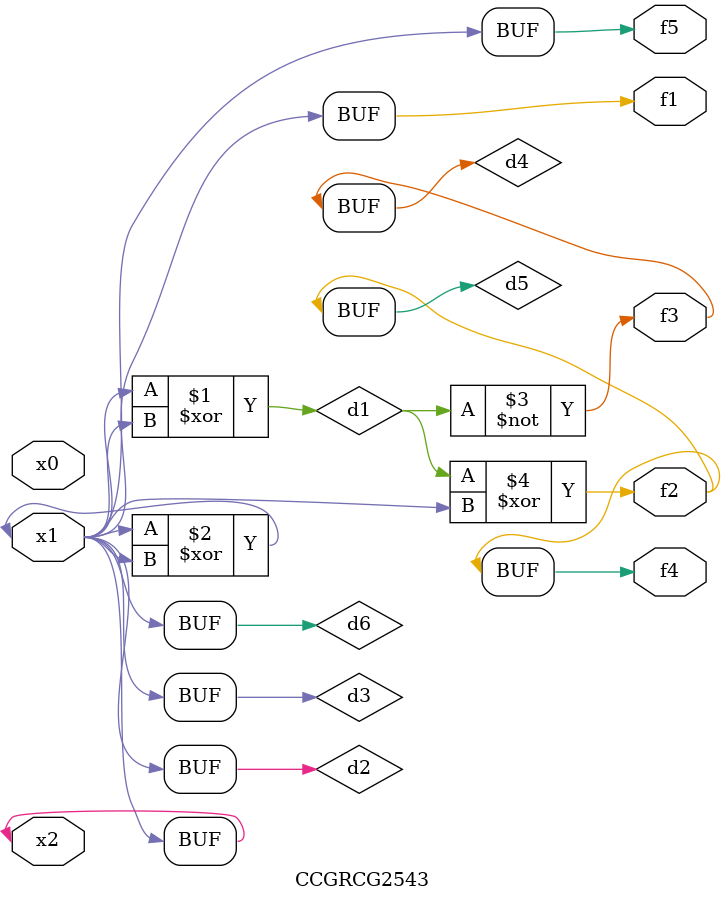
<source format=v>
module CCGRCG2543(
	input x0, x1, x2,
	output f1, f2, f3, f4, f5
);

	wire d1, d2, d3, d4, d5, d6;

	xor (d1, x1, x2);
	buf (d2, x1, x2);
	xor (d3, x1, x2);
	nor (d4, d1);
	xor (d5, d1, d2);
	buf (d6, d2, d3);
	assign f1 = d6;
	assign f2 = d5;
	assign f3 = d4;
	assign f4 = d5;
	assign f5 = d6;
endmodule

</source>
